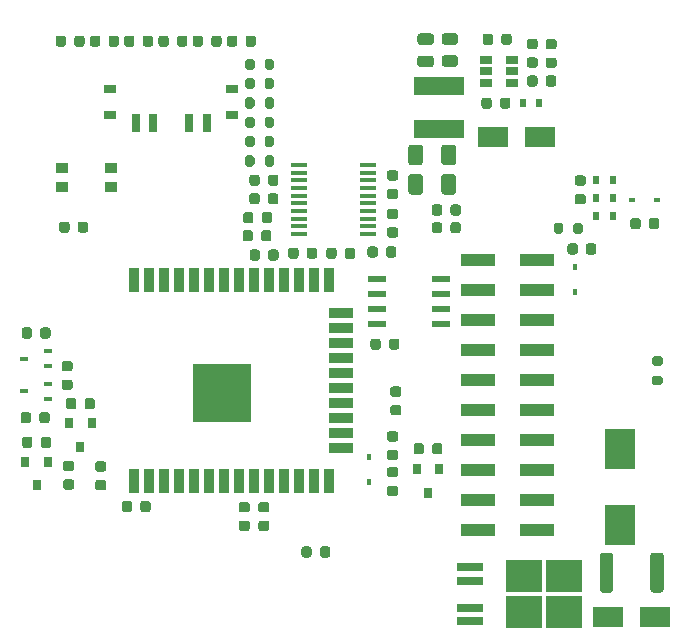
<source format=gtp>
G04 #@! TF.GenerationSoftware,KiCad,Pcbnew,5.1.10*
G04 #@! TF.CreationDate,2021-09-27T12:50:11+02:00*
G04 #@! TF.ProjectId,KXKM_ESP32_battery_management_board,4b584b4d-5f45-4535-9033-325f62617474,3.0*
G04 #@! TF.SameCoordinates,PX623a7c0PY839b680*
G04 #@! TF.FileFunction,Paste,Top*
G04 #@! TF.FilePolarity,Positive*
%FSLAX46Y46*%
G04 Gerber Fmt 4.6, Leading zero omitted, Abs format (unit mm)*
G04 Created by KiCad (PCBNEW 5.1.10) date 2021-09-27 12:50:11*
%MOMM*%
%LPD*%
G01*
G04 APERTURE LIST*
%ADD10R,0.600000X0.700000*%
%ADD11R,0.450000X0.600000*%
%ADD12R,0.900000X2.000000*%
%ADD13R,2.000000X0.900000*%
%ADD14R,5.000000X5.000000*%
%ADD15R,0.800000X0.900000*%
%ADD16R,2.500000X3.500000*%
%ADD17R,3.050000X2.750000*%
%ADD18R,2.200000X0.800000*%
%ADD19R,3.000000X1.000000*%
%ADD20R,4.200000X1.500000*%
%ADD21R,0.700000X0.450000*%
%ADD22R,2.500000X1.800000*%
%ADD23R,0.700000X1.500000*%
%ADD24R,1.000000X0.800000*%
%ADD25R,1.000000X0.900000*%
%ADD26R,0.600000X0.450000*%
%ADD27R,1.550000X0.600000*%
%ADD28R,1.450000X0.450000*%
%ADD29R,1.060000X0.650000*%
G04 APERTURE END LIST*
G36*
G01*
X21665000Y50743000D02*
X21665000Y51293000D01*
G75*
G02*
X21865000Y51493000I200000J0D01*
G01*
X22265000Y51493000D01*
G75*
G02*
X22465000Y51293000I0J-200000D01*
G01*
X22465000Y50743000D01*
G75*
G02*
X22265000Y50543000I-200000J0D01*
G01*
X21865000Y50543000D01*
G75*
G02*
X21665000Y50743000I0J200000D01*
G01*
G37*
G36*
G01*
X20015000Y50743000D02*
X20015000Y51293000D01*
G75*
G02*
X20215000Y51493000I200000J0D01*
G01*
X20615000Y51493000D01*
G75*
G02*
X20815000Y51293000I0J-200000D01*
G01*
X20815000Y50743000D01*
G75*
G02*
X20615000Y50543000I-200000J0D01*
G01*
X20215000Y50543000D01*
G75*
G02*
X20015000Y50743000I0J200000D01*
G01*
G37*
G36*
G01*
X20815000Y52929000D02*
X20815000Y52379000D01*
G75*
G02*
X20615000Y52179000I-200000J0D01*
G01*
X20215000Y52179000D01*
G75*
G02*
X20015000Y52379000I0J200000D01*
G01*
X20015000Y52929000D01*
G75*
G02*
X20215000Y53129000I200000J0D01*
G01*
X20615000Y53129000D01*
G75*
G02*
X20815000Y52929000I0J-200000D01*
G01*
G37*
G36*
G01*
X22465000Y52929000D02*
X22465000Y52379000D01*
G75*
G02*
X22265000Y52179000I-200000J0D01*
G01*
X21865000Y52179000D01*
G75*
G02*
X21665000Y52379000I0J200000D01*
G01*
X21665000Y52929000D01*
G75*
G02*
X21865000Y53129000I200000J0D01*
G01*
X22265000Y53129000D01*
G75*
G02*
X22465000Y52929000I0J-200000D01*
G01*
G37*
G36*
G01*
X21665000Y54015000D02*
X21665000Y54565000D01*
G75*
G02*
X21865000Y54765000I200000J0D01*
G01*
X22265000Y54765000D01*
G75*
G02*
X22465000Y54565000I0J-200000D01*
G01*
X22465000Y54015000D01*
G75*
G02*
X22265000Y53815000I-200000J0D01*
G01*
X21865000Y53815000D01*
G75*
G02*
X21665000Y54015000I0J200000D01*
G01*
G37*
G36*
G01*
X20015000Y54015000D02*
X20015000Y54565000D01*
G75*
G02*
X20215000Y54765000I200000J0D01*
G01*
X20615000Y54765000D01*
G75*
G02*
X20815000Y54565000I0J-200000D01*
G01*
X20815000Y54015000D01*
G75*
G02*
X20615000Y53815000I-200000J0D01*
G01*
X20215000Y53815000D01*
G75*
G02*
X20015000Y54015000I0J200000D01*
G01*
G37*
G36*
G01*
X21665000Y49107000D02*
X21665000Y49657000D01*
G75*
G02*
X21865000Y49857000I200000J0D01*
G01*
X22265000Y49857000D01*
G75*
G02*
X22465000Y49657000I0J-200000D01*
G01*
X22465000Y49107000D01*
G75*
G02*
X22265000Y48907000I-200000J0D01*
G01*
X21865000Y48907000D01*
G75*
G02*
X21665000Y49107000I0J200000D01*
G01*
G37*
G36*
G01*
X20015000Y49107000D02*
X20015000Y49657000D01*
G75*
G02*
X20215000Y49857000I200000J0D01*
G01*
X20615000Y49857000D01*
G75*
G02*
X20815000Y49657000I0J-200000D01*
G01*
X20815000Y49107000D01*
G75*
G02*
X20615000Y48907000I-200000J0D01*
G01*
X20215000Y48907000D01*
G75*
G02*
X20015000Y49107000I0J200000D01*
G01*
G37*
G36*
G01*
X21665000Y45835000D02*
X21665000Y46385000D01*
G75*
G02*
X21865000Y46585000I200000J0D01*
G01*
X22265000Y46585000D01*
G75*
G02*
X22465000Y46385000I0J-200000D01*
G01*
X22465000Y45835000D01*
G75*
G02*
X22265000Y45635000I-200000J0D01*
G01*
X21865000Y45635000D01*
G75*
G02*
X21665000Y45835000I0J200000D01*
G01*
G37*
G36*
G01*
X20015000Y45835000D02*
X20015000Y46385000D01*
G75*
G02*
X20215000Y46585000I200000J0D01*
G01*
X20615000Y46585000D01*
G75*
G02*
X20815000Y46385000I0J-200000D01*
G01*
X20815000Y45835000D01*
G75*
G02*
X20615000Y45635000I-200000J0D01*
G01*
X20215000Y45635000D01*
G75*
G02*
X20015000Y45835000I0J200000D01*
G01*
G37*
G36*
G01*
X20815000Y48021000D02*
X20815000Y47471000D01*
G75*
G02*
X20615000Y47271000I-200000J0D01*
G01*
X20215000Y47271000D01*
G75*
G02*
X20015000Y47471000I0J200000D01*
G01*
X20015000Y48021000D01*
G75*
G02*
X20215000Y48221000I200000J0D01*
G01*
X20615000Y48221000D01*
G75*
G02*
X20815000Y48021000I0J-200000D01*
G01*
G37*
G36*
G01*
X22465000Y48021000D02*
X22465000Y47471000D01*
G75*
G02*
X22265000Y47271000I-200000J0D01*
G01*
X21865000Y47271000D01*
G75*
G02*
X21665000Y47471000I0J200000D01*
G01*
X21665000Y48021000D01*
G75*
G02*
X21865000Y48221000I200000J0D01*
G01*
X22265000Y48221000D01*
G75*
G02*
X22465000Y48021000I0J-200000D01*
G01*
G37*
G36*
G01*
X46935000Y40685000D02*
X46935000Y40135000D01*
G75*
G02*
X46735000Y39935000I-200000J0D01*
G01*
X46335000Y39935000D01*
G75*
G02*
X46135000Y40135000I0J200000D01*
G01*
X46135000Y40685000D01*
G75*
G02*
X46335000Y40885000I200000J0D01*
G01*
X46735000Y40885000D01*
G75*
G02*
X46935000Y40685000I0J-200000D01*
G01*
G37*
G36*
G01*
X48585000Y40685000D02*
X48585000Y40135000D01*
G75*
G02*
X48385000Y39935000I-200000J0D01*
G01*
X47985000Y39935000D01*
G75*
G02*
X47785000Y40135000I0J200000D01*
G01*
X47785000Y40685000D01*
G75*
G02*
X47985000Y40885000I200000J0D01*
G01*
X48385000Y40885000D01*
G75*
G02*
X48585000Y40685000I0J-200000D01*
G01*
G37*
G36*
G01*
X55185000Y28765000D02*
X54635000Y28765000D01*
G75*
G02*
X54435000Y28965000I0J200000D01*
G01*
X54435000Y29365000D01*
G75*
G02*
X54635000Y29565000I200000J0D01*
G01*
X55185000Y29565000D01*
G75*
G02*
X55385000Y29365000I0J-200000D01*
G01*
X55385000Y28965000D01*
G75*
G02*
X55185000Y28765000I-200000J0D01*
G01*
G37*
G36*
G01*
X55185000Y27115000D02*
X54635000Y27115000D01*
G75*
G02*
X54435000Y27315000I0J200000D01*
G01*
X54435000Y27715000D01*
G75*
G02*
X54635000Y27915000I200000J0D01*
G01*
X55185000Y27915000D01*
G75*
G02*
X55385000Y27715000I0J-200000D01*
G01*
X55385000Y27315000D01*
G75*
G02*
X55185000Y27115000I-200000J0D01*
G01*
G37*
D10*
X49750000Y41440000D03*
X51150000Y41440000D03*
D11*
X47970000Y37140000D03*
X47970000Y35040000D03*
G36*
G01*
X48205000Y38910000D02*
X48205000Y38410000D01*
G75*
G02*
X47980000Y38185000I-225000J0D01*
G01*
X47530000Y38185000D01*
G75*
G02*
X47305000Y38410000I0J225000D01*
G01*
X47305000Y38910000D01*
G75*
G02*
X47530000Y39135000I225000J0D01*
G01*
X47980000Y39135000D01*
G75*
G02*
X48205000Y38910000I0J-225000D01*
G01*
G37*
G36*
G01*
X49755000Y38910000D02*
X49755000Y38410000D01*
G75*
G02*
X49530000Y38185000I-225000J0D01*
G01*
X49080000Y38185000D01*
G75*
G02*
X48855000Y38410000I0J225000D01*
G01*
X48855000Y38910000D01*
G75*
G02*
X49080000Y39135000I225000J0D01*
G01*
X49530000Y39135000D01*
G75*
G02*
X49755000Y38910000I0J-225000D01*
G01*
G37*
D12*
X10595000Y36000000D03*
X11865000Y36000000D03*
X13135000Y36000000D03*
X14405000Y36000000D03*
X15675000Y36000000D03*
X16945000Y36000000D03*
X18215000Y36000000D03*
X19485000Y36000000D03*
X20755000Y36000000D03*
X22025000Y36000000D03*
X23295000Y36000000D03*
X24565000Y36000000D03*
X25835000Y36000000D03*
X27105000Y36000000D03*
D13*
X28105000Y33215000D03*
X28105000Y31945000D03*
X28105000Y30675000D03*
X28105000Y29405000D03*
X28105000Y28135000D03*
X28105000Y26865000D03*
X28105000Y25595000D03*
X28105000Y24325000D03*
X28105000Y23055000D03*
X28105000Y21785000D03*
D12*
X27105000Y19000000D03*
X25835000Y19000000D03*
X24565000Y19000000D03*
X23295000Y19000000D03*
X22025000Y19000000D03*
X20755000Y19000000D03*
X19485000Y19000000D03*
X18215000Y19000000D03*
X16945000Y19000000D03*
X15675000Y19000000D03*
X14405000Y19000000D03*
X13135000Y19000000D03*
X11865000Y19000000D03*
X10595000Y19000000D03*
D14*
X18095000Y26500000D03*
G36*
G01*
X26350000Y12743750D02*
X26350000Y13256250D01*
G75*
G02*
X26568750Y13475000I218750J0D01*
G01*
X27006250Y13475000D01*
G75*
G02*
X27225000Y13256250I0J-218750D01*
G01*
X27225000Y12743750D01*
G75*
G02*
X27006250Y12525000I-218750J0D01*
G01*
X26568750Y12525000D01*
G75*
G02*
X26350000Y12743750I0J218750D01*
G01*
G37*
G36*
G01*
X24775000Y12743750D02*
X24775000Y13256250D01*
G75*
G02*
X24993750Y13475000I218750J0D01*
G01*
X25431250Y13475000D01*
G75*
G02*
X25650000Y13256250I0J-218750D01*
G01*
X25650000Y12743750D01*
G75*
G02*
X25431250Y12525000I-218750J0D01*
G01*
X24993750Y12525000D01*
G75*
G02*
X24775000Y12743750I0J218750D01*
G01*
G37*
D15*
X35500000Y18000000D03*
X34550000Y20000000D03*
X36450000Y20000000D03*
X3310000Y20650000D03*
X1410000Y20650000D03*
X2360000Y18650000D03*
X7020000Y23910000D03*
X5120000Y23910000D03*
X6070000Y21910000D03*
D16*
X51750000Y15250000D03*
X51750000Y21750000D03*
G36*
G01*
X7750000Y56506250D02*
X7750000Y55993750D01*
G75*
G02*
X7531250Y55775000I-218750J0D01*
G01*
X7093750Y55775000D01*
G75*
G02*
X6875000Y55993750I0J218750D01*
G01*
X6875000Y56506250D01*
G75*
G02*
X7093750Y56725000I218750J0D01*
G01*
X7531250Y56725000D01*
G75*
G02*
X7750000Y56506250I0J-218750D01*
G01*
G37*
G36*
G01*
X9325000Y56506250D02*
X9325000Y55993750D01*
G75*
G02*
X9106250Y55775000I-218750J0D01*
G01*
X8668750Y55775000D01*
G75*
G02*
X8450000Y55993750I0J218750D01*
G01*
X8450000Y56506250D01*
G75*
G02*
X8668750Y56725000I218750J0D01*
G01*
X9106250Y56725000D01*
G75*
G02*
X9325000Y56506250I0J-218750D01*
G01*
G37*
D10*
X51140000Y44460000D03*
X49740000Y44460000D03*
G36*
G01*
X37806250Y54075000D02*
X36893750Y54075000D01*
G75*
G02*
X36650000Y54318750I0J243750D01*
G01*
X36650000Y54806250D01*
G75*
G02*
X36893750Y55050000I243750J0D01*
G01*
X37806250Y55050000D01*
G75*
G02*
X38050000Y54806250I0J-243750D01*
G01*
X38050000Y54318750D01*
G75*
G02*
X37806250Y54075000I-243750J0D01*
G01*
G37*
G36*
G01*
X37806250Y55950000D02*
X36893750Y55950000D01*
G75*
G02*
X36650000Y56193750I0J243750D01*
G01*
X36650000Y56681250D01*
G75*
G02*
X36893750Y56925000I243750J0D01*
G01*
X37806250Y56925000D01*
G75*
G02*
X38050000Y56681250I0J-243750D01*
G01*
X38050000Y56193750D01*
G75*
G02*
X37806250Y55950000I-243750J0D01*
G01*
G37*
D17*
X43665000Y7885000D03*
X47015000Y10935000D03*
X43665000Y10935000D03*
X47015000Y7885000D03*
D18*
X39040000Y7130000D03*
X39040000Y8270000D03*
X39040000Y10550000D03*
X39040000Y11690000D03*
G36*
G01*
X40125000Y56143750D02*
X40125000Y56656250D01*
G75*
G02*
X40343750Y56875000I218750J0D01*
G01*
X40781250Y56875000D01*
G75*
G02*
X41000000Y56656250I0J-218750D01*
G01*
X41000000Y56143750D01*
G75*
G02*
X40781250Y55925000I-218750J0D01*
G01*
X40343750Y55925000D01*
G75*
G02*
X40125000Y56143750I0J218750D01*
G01*
G37*
G36*
G01*
X41700000Y56143750D02*
X41700000Y56656250D01*
G75*
G02*
X41918750Y56875000I218750J0D01*
G01*
X42356250Y56875000D01*
G75*
G02*
X42575000Y56656250I0J-218750D01*
G01*
X42575000Y56143750D01*
G75*
G02*
X42356250Y55925000I-218750J0D01*
G01*
X41918750Y55925000D01*
G75*
G02*
X41700000Y56143750I0J218750D01*
G01*
G37*
G36*
G01*
X45668750Y56425000D02*
X46181250Y56425000D01*
G75*
G02*
X46400000Y56206250I0J-218750D01*
G01*
X46400000Y55768750D01*
G75*
G02*
X46181250Y55550000I-218750J0D01*
G01*
X45668750Y55550000D01*
G75*
G02*
X45450000Y55768750I0J218750D01*
G01*
X45450000Y56206250D01*
G75*
G02*
X45668750Y56425000I218750J0D01*
G01*
G37*
G36*
G01*
X45668750Y54850000D02*
X46181250Y54850000D01*
G75*
G02*
X46400000Y54631250I0J-218750D01*
G01*
X46400000Y54193750D01*
G75*
G02*
X46181250Y53975000I-218750J0D01*
G01*
X45668750Y53975000D01*
G75*
G02*
X45450000Y54193750I0J218750D01*
G01*
X45450000Y54631250D01*
G75*
G02*
X45668750Y54850000I218750J0D01*
G01*
G37*
G36*
G01*
X44068750Y54875000D02*
X44581250Y54875000D01*
G75*
G02*
X44800000Y54656250I0J-218750D01*
G01*
X44800000Y54218750D01*
G75*
G02*
X44581250Y54000000I-218750J0D01*
G01*
X44068750Y54000000D01*
G75*
G02*
X43850000Y54218750I0J218750D01*
G01*
X43850000Y54656250D01*
G75*
G02*
X44068750Y54875000I218750J0D01*
G01*
G37*
G36*
G01*
X44068750Y56450000D02*
X44581250Y56450000D01*
G75*
G02*
X44800000Y56231250I0J-218750D01*
G01*
X44800000Y55793750D01*
G75*
G02*
X44581250Y55575000I-218750J0D01*
G01*
X44068750Y55575000D01*
G75*
G02*
X43850000Y55793750I0J218750D01*
G01*
X43850000Y56231250D01*
G75*
G02*
X44068750Y56450000I218750J0D01*
G01*
G37*
G36*
G01*
X45475000Y52618750D02*
X45475000Y53131250D01*
G75*
G02*
X45693750Y53350000I218750J0D01*
G01*
X46131250Y53350000D01*
G75*
G02*
X46350000Y53131250I0J-218750D01*
G01*
X46350000Y52618750D01*
G75*
G02*
X46131250Y52400000I-218750J0D01*
G01*
X45693750Y52400000D01*
G75*
G02*
X45475000Y52618750I0J218750D01*
G01*
G37*
G36*
G01*
X43900000Y52618750D02*
X43900000Y53131250D01*
G75*
G02*
X44118750Y53350000I218750J0D01*
G01*
X44556250Y53350000D01*
G75*
G02*
X44775000Y53131250I0J-218750D01*
G01*
X44775000Y52618750D01*
G75*
G02*
X44556250Y52400000I-218750J0D01*
G01*
X44118750Y52400000D01*
G75*
G02*
X43900000Y52618750I0J218750D01*
G01*
G37*
D19*
X44770000Y37680000D03*
X39730000Y37680000D03*
X44770000Y35140000D03*
X39730000Y35140000D03*
X44770000Y32600000D03*
X39730000Y32600000D03*
X44770000Y30060000D03*
X39730000Y30060000D03*
X44770000Y27520000D03*
X39730000Y27520000D03*
X44770000Y24980000D03*
X39730000Y24980000D03*
X44770000Y22440000D03*
X39730000Y22440000D03*
X44770000Y19900000D03*
X39730000Y19900000D03*
X44770000Y17360000D03*
X39730000Y17360000D03*
X44770000Y14820000D03*
X39730000Y14820000D03*
D20*
X36400000Y52425000D03*
X36400000Y48825000D03*
D21*
X3320000Y28710000D03*
X3320000Y30010000D03*
X1320000Y29360000D03*
G36*
G01*
X1015000Y24113750D02*
X1015000Y24626250D01*
G75*
G02*
X1233750Y24845000I218750J0D01*
G01*
X1671250Y24845000D01*
G75*
G02*
X1890000Y24626250I0J-218750D01*
G01*
X1890000Y24113750D01*
G75*
G02*
X1671250Y23895000I-218750J0D01*
G01*
X1233750Y23895000D01*
G75*
G02*
X1015000Y24113750I0J218750D01*
G01*
G37*
G36*
G01*
X2590000Y24113750D02*
X2590000Y24626250D01*
G75*
G02*
X2808750Y24845000I218750J0D01*
G01*
X3246250Y24845000D01*
G75*
G02*
X3465000Y24626250I0J-218750D01*
G01*
X3465000Y24113750D01*
G75*
G02*
X3246250Y23895000I-218750J0D01*
G01*
X2808750Y23895000D01*
G75*
G02*
X2590000Y24113750I0J218750D01*
G01*
G37*
G36*
G01*
X22835000Y44726250D02*
X22835000Y44213750D01*
G75*
G02*
X22616250Y43995000I-218750J0D01*
G01*
X22178750Y43995000D01*
G75*
G02*
X21960000Y44213750I0J218750D01*
G01*
X21960000Y44726250D01*
G75*
G02*
X22178750Y44945000I218750J0D01*
G01*
X22616250Y44945000D01*
G75*
G02*
X22835000Y44726250I0J-218750D01*
G01*
G37*
G36*
G01*
X21260000Y44726250D02*
X21260000Y44213750D01*
G75*
G02*
X21041250Y43995000I-218750J0D01*
G01*
X20603750Y43995000D01*
G75*
G02*
X20385000Y44213750I0J218750D01*
G01*
X20385000Y44726250D01*
G75*
G02*
X20603750Y44945000I218750J0D01*
G01*
X21041250Y44945000D01*
G75*
G02*
X21260000Y44726250I0J-218750D01*
G01*
G37*
G36*
G01*
X24540000Y38556250D02*
X24540000Y38043750D01*
G75*
G02*
X24321250Y37825000I-218750J0D01*
G01*
X23883750Y37825000D01*
G75*
G02*
X23665000Y38043750I0J218750D01*
G01*
X23665000Y38556250D01*
G75*
G02*
X23883750Y38775000I218750J0D01*
G01*
X24321250Y38775000D01*
G75*
G02*
X24540000Y38556250I0J-218750D01*
G01*
G37*
G36*
G01*
X26115000Y38556250D02*
X26115000Y38043750D01*
G75*
G02*
X25896250Y37825000I-218750J0D01*
G01*
X25458750Y37825000D01*
G75*
G02*
X25240000Y38043750I0J218750D01*
G01*
X25240000Y38556250D01*
G75*
G02*
X25458750Y38775000I218750J0D01*
G01*
X25896250Y38775000D01*
G75*
G02*
X26115000Y38556250I0J-218750D01*
G01*
G37*
G36*
G01*
X26885000Y38033750D02*
X26885000Y38546250D01*
G75*
G02*
X27103750Y38765000I218750J0D01*
G01*
X27541250Y38765000D01*
G75*
G02*
X27760000Y38546250I0J-218750D01*
G01*
X27760000Y38033750D01*
G75*
G02*
X27541250Y37815000I-218750J0D01*
G01*
X27103750Y37815000D01*
G75*
G02*
X26885000Y38033750I0J218750D01*
G01*
G37*
G36*
G01*
X28460000Y38033750D02*
X28460000Y38546250D01*
G75*
G02*
X28678750Y38765000I218750J0D01*
G01*
X29116250Y38765000D01*
G75*
G02*
X29335000Y38546250I0J-218750D01*
G01*
X29335000Y38033750D01*
G75*
G02*
X29116250Y37815000I-218750J0D01*
G01*
X28678750Y37815000D01*
G75*
G02*
X28460000Y38033750I0J218750D01*
G01*
G37*
G36*
G01*
X21375000Y39518750D02*
X21375000Y40031250D01*
G75*
G02*
X21593750Y40250000I218750J0D01*
G01*
X22031250Y40250000D01*
G75*
G02*
X22250000Y40031250I0J-218750D01*
G01*
X22250000Y39518750D01*
G75*
G02*
X22031250Y39300000I-218750J0D01*
G01*
X21593750Y39300000D01*
G75*
G02*
X21375000Y39518750I0J218750D01*
G01*
G37*
G36*
G01*
X19800000Y39518750D02*
X19800000Y40031250D01*
G75*
G02*
X20018750Y40250000I218750J0D01*
G01*
X20456250Y40250000D01*
G75*
G02*
X20675000Y40031250I0J-218750D01*
G01*
X20675000Y39518750D01*
G75*
G02*
X20456250Y39300000I-218750J0D01*
G01*
X20018750Y39300000D01*
G75*
G02*
X19800000Y39518750I0J218750D01*
G01*
G37*
G36*
G01*
X20395000Y37883750D02*
X20395000Y38396250D01*
G75*
G02*
X20613750Y38615000I218750J0D01*
G01*
X21051250Y38615000D01*
G75*
G02*
X21270000Y38396250I0J-218750D01*
G01*
X21270000Y37883750D01*
G75*
G02*
X21051250Y37665000I-218750J0D01*
G01*
X20613750Y37665000D01*
G75*
G02*
X20395000Y37883750I0J218750D01*
G01*
G37*
G36*
G01*
X21970000Y37883750D02*
X21970000Y38396250D01*
G75*
G02*
X22188750Y38615000I218750J0D01*
G01*
X22626250Y38615000D01*
G75*
G02*
X22845000Y38396250I0J-218750D01*
G01*
X22845000Y37883750D01*
G75*
G02*
X22626250Y37665000I-218750J0D01*
G01*
X22188750Y37665000D01*
G75*
G02*
X21970000Y37883750I0J218750D01*
G01*
G37*
D11*
X30500000Y18950000D03*
X30500000Y21050000D03*
D21*
X1320000Y26610000D03*
X3320000Y27260000D03*
X3320000Y25960000D03*
G36*
G01*
X19693750Y15650000D02*
X20206250Y15650000D01*
G75*
G02*
X20425000Y15431250I0J-218750D01*
G01*
X20425000Y14993750D01*
G75*
G02*
X20206250Y14775000I-218750J0D01*
G01*
X19693750Y14775000D01*
G75*
G02*
X19475000Y14993750I0J218750D01*
G01*
X19475000Y15431250D01*
G75*
G02*
X19693750Y15650000I218750J0D01*
G01*
G37*
G36*
G01*
X19693750Y17225000D02*
X20206250Y17225000D01*
G75*
G02*
X20425000Y17006250I0J-218750D01*
G01*
X20425000Y16568750D01*
G75*
G02*
X20206250Y16350000I-218750J0D01*
G01*
X19693750Y16350000D01*
G75*
G02*
X19475000Y16568750I0J218750D01*
G01*
X19475000Y17006250D01*
G75*
G02*
X19693750Y17225000I218750J0D01*
G01*
G37*
G36*
G01*
X6725000Y40756250D02*
X6725000Y40243750D01*
G75*
G02*
X6506250Y40025000I-218750J0D01*
G01*
X6068750Y40025000D01*
G75*
G02*
X5850000Y40243750I0J218750D01*
G01*
X5850000Y40756250D01*
G75*
G02*
X6068750Y40975000I218750J0D01*
G01*
X6506250Y40975000D01*
G75*
G02*
X6725000Y40756250I0J-218750D01*
G01*
G37*
G36*
G01*
X5150000Y40756250D02*
X5150000Y40243750D01*
G75*
G02*
X4931250Y40025000I-218750J0D01*
G01*
X4493750Y40025000D01*
G75*
G02*
X4275000Y40243750I0J218750D01*
G01*
X4275000Y40756250D01*
G75*
G02*
X4493750Y40975000I218750J0D01*
G01*
X4931250Y40975000D01*
G75*
G02*
X5150000Y40756250I0J-218750D01*
G01*
G37*
G36*
G01*
X21343750Y15650000D02*
X21856250Y15650000D01*
G75*
G02*
X22075000Y15431250I0J-218750D01*
G01*
X22075000Y14993750D01*
G75*
G02*
X21856250Y14775000I-218750J0D01*
G01*
X21343750Y14775000D01*
G75*
G02*
X21125000Y14993750I0J218750D01*
G01*
X21125000Y15431250D01*
G75*
G02*
X21343750Y15650000I218750J0D01*
G01*
G37*
G36*
G01*
X21343750Y17225000D02*
X21856250Y17225000D01*
G75*
G02*
X22075000Y17006250I0J-218750D01*
G01*
X22075000Y16568750D01*
G75*
G02*
X21856250Y16350000I-218750J0D01*
G01*
X21343750Y16350000D01*
G75*
G02*
X21125000Y16568750I0J218750D01*
G01*
X21125000Y17006250D01*
G75*
G02*
X21343750Y17225000I218750J0D01*
G01*
G37*
G36*
G01*
X4693750Y29165000D02*
X5206250Y29165000D01*
G75*
G02*
X5425000Y28946250I0J-218750D01*
G01*
X5425000Y28508750D01*
G75*
G02*
X5206250Y28290000I-218750J0D01*
G01*
X4693750Y28290000D01*
G75*
G02*
X4475000Y28508750I0J218750D01*
G01*
X4475000Y28946250D01*
G75*
G02*
X4693750Y29165000I218750J0D01*
G01*
G37*
G36*
G01*
X4693750Y27590000D02*
X5206250Y27590000D01*
G75*
G02*
X5425000Y27371250I0J-218750D01*
G01*
X5425000Y26933750D01*
G75*
G02*
X5206250Y26715000I-218750J0D01*
G01*
X4693750Y26715000D01*
G75*
G02*
X4475000Y26933750I0J218750D01*
G01*
X4475000Y27371250D01*
G75*
G02*
X4693750Y27590000I218750J0D01*
G01*
G37*
G36*
G01*
X2670000Y31283750D02*
X2670000Y31796250D01*
G75*
G02*
X2888750Y32015000I218750J0D01*
G01*
X3326250Y32015000D01*
G75*
G02*
X3545000Y31796250I0J-218750D01*
G01*
X3545000Y31283750D01*
G75*
G02*
X3326250Y31065000I-218750J0D01*
G01*
X2888750Y31065000D01*
G75*
G02*
X2670000Y31283750I0J218750D01*
G01*
G37*
G36*
G01*
X1095000Y31283750D02*
X1095000Y31796250D01*
G75*
G02*
X1313750Y32015000I218750J0D01*
G01*
X1751250Y32015000D01*
G75*
G02*
X1970000Y31796250I0J-218750D01*
G01*
X1970000Y31283750D01*
G75*
G02*
X1751250Y31065000I-218750J0D01*
G01*
X1313750Y31065000D01*
G75*
G02*
X1095000Y31283750I0J218750D01*
G01*
G37*
G36*
G01*
X32756250Y20775000D02*
X32243750Y20775000D01*
G75*
G02*
X32025000Y20993750I0J218750D01*
G01*
X32025000Y21431250D01*
G75*
G02*
X32243750Y21650000I218750J0D01*
G01*
X32756250Y21650000D01*
G75*
G02*
X32975000Y21431250I0J-218750D01*
G01*
X32975000Y20993750D01*
G75*
G02*
X32756250Y20775000I-218750J0D01*
G01*
G37*
G36*
G01*
X32756250Y22350000D02*
X32243750Y22350000D01*
G75*
G02*
X32025000Y22568750I0J218750D01*
G01*
X32025000Y23006250D01*
G75*
G02*
X32243750Y23225000I218750J0D01*
G01*
X32756250Y23225000D01*
G75*
G02*
X32975000Y23006250I0J-218750D01*
G01*
X32975000Y22568750D01*
G75*
G02*
X32756250Y22350000I-218750J0D01*
G01*
G37*
G36*
G01*
X5326250Y19860000D02*
X4813750Y19860000D01*
G75*
G02*
X4595000Y20078750I0J218750D01*
G01*
X4595000Y20516250D01*
G75*
G02*
X4813750Y20735000I218750J0D01*
G01*
X5326250Y20735000D01*
G75*
G02*
X5545000Y20516250I0J-218750D01*
G01*
X5545000Y20078750D01*
G75*
G02*
X5326250Y19860000I-218750J0D01*
G01*
G37*
G36*
G01*
X5326250Y18285000D02*
X4813750Y18285000D01*
G75*
G02*
X4595000Y18503750I0J218750D01*
G01*
X4595000Y18941250D01*
G75*
G02*
X4813750Y19160000I218750J0D01*
G01*
X5326250Y19160000D01*
G75*
G02*
X5545000Y18941250I0J-218750D01*
G01*
X5545000Y18503750D01*
G75*
G02*
X5326250Y18285000I-218750J0D01*
G01*
G37*
G36*
G01*
X7533750Y20675000D02*
X8046250Y20675000D01*
G75*
G02*
X8265000Y20456250I0J-218750D01*
G01*
X8265000Y20018750D01*
G75*
G02*
X8046250Y19800000I-218750J0D01*
G01*
X7533750Y19800000D01*
G75*
G02*
X7315000Y20018750I0J218750D01*
G01*
X7315000Y20456250D01*
G75*
G02*
X7533750Y20675000I218750J0D01*
G01*
G37*
G36*
G01*
X7533750Y19100000D02*
X8046250Y19100000D01*
G75*
G02*
X8265000Y18881250I0J-218750D01*
G01*
X8265000Y18443750D01*
G75*
G02*
X8046250Y18225000I-218750J0D01*
G01*
X7533750Y18225000D01*
G75*
G02*
X7315000Y18443750I0J218750D01*
G01*
X7315000Y18881250D01*
G75*
G02*
X7533750Y19100000I218750J0D01*
G01*
G37*
G36*
G01*
X1135000Y22023750D02*
X1135000Y22536250D01*
G75*
G02*
X1353750Y22755000I218750J0D01*
G01*
X1791250Y22755000D01*
G75*
G02*
X2010000Y22536250I0J-218750D01*
G01*
X2010000Y22023750D01*
G75*
G02*
X1791250Y21805000I-218750J0D01*
G01*
X1353750Y21805000D01*
G75*
G02*
X1135000Y22023750I0J218750D01*
G01*
G37*
G36*
G01*
X2710000Y22023750D02*
X2710000Y22536250D01*
G75*
G02*
X2928750Y22755000I218750J0D01*
G01*
X3366250Y22755000D01*
G75*
G02*
X3585000Y22536250I0J-218750D01*
G01*
X3585000Y22023750D01*
G75*
G02*
X3366250Y21805000I-218750J0D01*
G01*
X2928750Y21805000D01*
G75*
G02*
X2710000Y22023750I0J218750D01*
G01*
G37*
G36*
G01*
X4845000Y25303750D02*
X4845000Y25816250D01*
G75*
G02*
X5063750Y26035000I218750J0D01*
G01*
X5501250Y26035000D01*
G75*
G02*
X5720000Y25816250I0J-218750D01*
G01*
X5720000Y25303750D01*
G75*
G02*
X5501250Y25085000I-218750J0D01*
G01*
X5063750Y25085000D01*
G75*
G02*
X4845000Y25303750I0J218750D01*
G01*
G37*
G36*
G01*
X6420000Y25303750D02*
X6420000Y25816250D01*
G75*
G02*
X6638750Y26035000I218750J0D01*
G01*
X7076250Y26035000D01*
G75*
G02*
X7295000Y25816250I0J-218750D01*
G01*
X7295000Y25303750D01*
G75*
G02*
X7076250Y25085000I-218750J0D01*
G01*
X6638750Y25085000D01*
G75*
G02*
X6420000Y25303750I0J218750D01*
G01*
G37*
G36*
G01*
X31950000Y38143750D02*
X31950000Y38656250D01*
G75*
G02*
X32168750Y38875000I218750J0D01*
G01*
X32606250Y38875000D01*
G75*
G02*
X32825000Y38656250I0J-218750D01*
G01*
X32825000Y38143750D01*
G75*
G02*
X32606250Y37925000I-218750J0D01*
G01*
X32168750Y37925000D01*
G75*
G02*
X31950000Y38143750I0J218750D01*
G01*
G37*
G36*
G01*
X30375000Y38143750D02*
X30375000Y38656250D01*
G75*
G02*
X30593750Y38875000I218750J0D01*
G01*
X31031250Y38875000D01*
G75*
G02*
X31250000Y38656250I0J-218750D01*
G01*
X31250000Y38143750D01*
G75*
G02*
X31031250Y37925000I-218750J0D01*
G01*
X30593750Y37925000D01*
G75*
G02*
X30375000Y38143750I0J218750D01*
G01*
G37*
G36*
G01*
X34275000Y21493750D02*
X34275000Y22006250D01*
G75*
G02*
X34493750Y22225000I218750J0D01*
G01*
X34931250Y22225000D01*
G75*
G02*
X35150000Y22006250I0J-218750D01*
G01*
X35150000Y21493750D01*
G75*
G02*
X34931250Y21275000I-218750J0D01*
G01*
X34493750Y21275000D01*
G75*
G02*
X34275000Y21493750I0J218750D01*
G01*
G37*
G36*
G01*
X35850000Y21493750D02*
X35850000Y22006250D01*
G75*
G02*
X36068750Y22225000I218750J0D01*
G01*
X36506250Y22225000D01*
G75*
G02*
X36725000Y22006250I0J-218750D01*
G01*
X36725000Y21493750D01*
G75*
G02*
X36506250Y21275000I-218750J0D01*
G01*
X36068750Y21275000D01*
G75*
G02*
X35850000Y21493750I0J218750D01*
G01*
G37*
D22*
X41000000Y48175000D03*
X45000000Y48175000D03*
D10*
X43525000Y50975000D03*
X44925000Y50975000D03*
X51140000Y42960000D03*
X49740000Y42960000D03*
D23*
X16750000Y49320000D03*
X15250000Y49320000D03*
X12250000Y49320000D03*
X10750000Y49320000D03*
D24*
X18900000Y52180000D03*
X8600000Y52180000D03*
X8600000Y49970000D03*
X18900000Y49970000D03*
D25*
X8630000Y43930000D03*
X8630000Y45530000D03*
X4530000Y43930000D03*
X4530000Y45530000D03*
G36*
G01*
X10437500Y17106250D02*
X10437500Y16593750D01*
G75*
G02*
X10218750Y16375000I-218750J0D01*
G01*
X9781250Y16375000D01*
G75*
G02*
X9562500Y16593750I0J218750D01*
G01*
X9562500Y17106250D01*
G75*
G02*
X9781250Y17325000I218750J0D01*
G01*
X10218750Y17325000D01*
G75*
G02*
X10437500Y17106250I0J-218750D01*
G01*
G37*
G36*
G01*
X12012500Y17106250D02*
X12012500Y16593750D01*
G75*
G02*
X11793750Y16375000I-218750J0D01*
G01*
X11356250Y16375000D01*
G75*
G02*
X11137500Y16593750I0J218750D01*
G01*
X11137500Y17106250D01*
G75*
G02*
X11356250Y17325000I218750J0D01*
G01*
X11793750Y17325000D01*
G75*
G02*
X12012500Y17106250I0J-218750D01*
G01*
G37*
G36*
G01*
X30625000Y30343750D02*
X30625000Y30856250D01*
G75*
G02*
X30843750Y31075000I218750J0D01*
G01*
X31281250Y31075000D01*
G75*
G02*
X31500000Y30856250I0J-218750D01*
G01*
X31500000Y30343750D01*
G75*
G02*
X31281250Y30125000I-218750J0D01*
G01*
X30843750Y30125000D01*
G75*
G02*
X30625000Y30343750I0J218750D01*
G01*
G37*
G36*
G01*
X32200000Y30343750D02*
X32200000Y30856250D01*
G75*
G02*
X32418750Y31075000I218750J0D01*
G01*
X32856250Y31075000D01*
G75*
G02*
X33075000Y30856250I0J-218750D01*
G01*
X33075000Y30343750D01*
G75*
G02*
X32856250Y30125000I-218750J0D01*
G01*
X32418750Y30125000D01*
G75*
G02*
X32200000Y30343750I0J218750D01*
G01*
G37*
G36*
G01*
X40900000Y51256250D02*
X40900000Y50743750D01*
G75*
G02*
X40681250Y50525000I-218750J0D01*
G01*
X40243750Y50525000D01*
G75*
G02*
X40025000Y50743750I0J218750D01*
G01*
X40025000Y51256250D01*
G75*
G02*
X40243750Y51475000I218750J0D01*
G01*
X40681250Y51475000D01*
G75*
G02*
X40900000Y51256250I0J-218750D01*
G01*
G37*
G36*
G01*
X42475000Y51256250D02*
X42475000Y50743750D01*
G75*
G02*
X42256250Y50525000I-218750J0D01*
G01*
X41818750Y50525000D01*
G75*
G02*
X41600000Y50743750I0J218750D01*
G01*
X41600000Y51256250D01*
G75*
G02*
X41818750Y51475000I218750J0D01*
G01*
X42256250Y51475000D01*
G75*
G02*
X42475000Y51256250I0J-218750D01*
G01*
G37*
G36*
G01*
X32243750Y40500000D02*
X32756250Y40500000D01*
G75*
G02*
X32975000Y40281250I0J-218750D01*
G01*
X32975000Y39843750D01*
G75*
G02*
X32756250Y39625000I-218750J0D01*
G01*
X32243750Y39625000D01*
G75*
G02*
X32025000Y39843750I0J218750D01*
G01*
X32025000Y40281250D01*
G75*
G02*
X32243750Y40500000I218750J0D01*
G01*
G37*
G36*
G01*
X32243750Y42075000D02*
X32756250Y42075000D01*
G75*
G02*
X32975000Y41856250I0J-218750D01*
G01*
X32975000Y41418750D01*
G75*
G02*
X32756250Y41200000I-218750J0D01*
G01*
X32243750Y41200000D01*
G75*
G02*
X32025000Y41418750I0J218750D01*
G01*
X32025000Y41856250D01*
G75*
G02*
X32243750Y42075000I218750J0D01*
G01*
G37*
G36*
G01*
X22300000Y41566250D02*
X22300000Y41053750D01*
G75*
G02*
X22081250Y40835000I-218750J0D01*
G01*
X21643750Y40835000D01*
G75*
G02*
X21425000Y41053750I0J218750D01*
G01*
X21425000Y41566250D01*
G75*
G02*
X21643750Y41785000I218750J0D01*
G01*
X22081250Y41785000D01*
G75*
G02*
X22300000Y41566250I0J-218750D01*
G01*
G37*
G36*
G01*
X20725000Y41566250D02*
X20725000Y41053750D01*
G75*
G02*
X20506250Y40835000I-218750J0D01*
G01*
X20068750Y40835000D01*
G75*
G02*
X19850000Y41053750I0J218750D01*
G01*
X19850000Y41566250D01*
G75*
G02*
X20068750Y41785000I218750J0D01*
G01*
X20506250Y41785000D01*
G75*
G02*
X20725000Y41566250I0J-218750D01*
G01*
G37*
G36*
G01*
X32756250Y44450000D02*
X32243750Y44450000D01*
G75*
G02*
X32025000Y44668750I0J218750D01*
G01*
X32025000Y45106250D01*
G75*
G02*
X32243750Y45325000I218750J0D01*
G01*
X32756250Y45325000D01*
G75*
G02*
X32975000Y45106250I0J-218750D01*
G01*
X32975000Y44668750D01*
G75*
G02*
X32756250Y44450000I-218750J0D01*
G01*
G37*
G36*
G01*
X32756250Y42875000D02*
X32243750Y42875000D01*
G75*
G02*
X32025000Y43093750I0J218750D01*
G01*
X32025000Y43531250D01*
G75*
G02*
X32243750Y43750000I218750J0D01*
G01*
X32756250Y43750000D01*
G75*
G02*
X32975000Y43531250I0J-218750D01*
G01*
X32975000Y43093750D01*
G75*
G02*
X32756250Y42875000I-218750J0D01*
G01*
G37*
G36*
G01*
X22825000Y43156250D02*
X22825000Y42643750D01*
G75*
G02*
X22606250Y42425000I-218750J0D01*
G01*
X22168750Y42425000D01*
G75*
G02*
X21950000Y42643750I0J218750D01*
G01*
X21950000Y43156250D01*
G75*
G02*
X22168750Y43375000I218750J0D01*
G01*
X22606250Y43375000D01*
G75*
G02*
X22825000Y43156250I0J-218750D01*
G01*
G37*
G36*
G01*
X21250000Y43156250D02*
X21250000Y42643750D01*
G75*
G02*
X21031250Y42425000I-218750J0D01*
G01*
X20593750Y42425000D01*
G75*
G02*
X20375000Y42643750I0J218750D01*
G01*
X20375000Y43156250D01*
G75*
G02*
X20593750Y43375000I218750J0D01*
G01*
X21031250Y43375000D01*
G75*
G02*
X21250000Y43156250I0J-218750D01*
G01*
G37*
G36*
G01*
X35756250Y55925000D02*
X34843750Y55925000D01*
G75*
G02*
X34600000Y56168750I0J243750D01*
G01*
X34600000Y56656250D01*
G75*
G02*
X34843750Y56900000I243750J0D01*
G01*
X35756250Y56900000D01*
G75*
G02*
X36000000Y56656250I0J-243750D01*
G01*
X36000000Y56168750D01*
G75*
G02*
X35756250Y55925000I-243750J0D01*
G01*
G37*
G36*
G01*
X35756250Y54050000D02*
X34843750Y54050000D01*
G75*
G02*
X34600000Y54293750I0J243750D01*
G01*
X34600000Y54781250D01*
G75*
G02*
X34843750Y55025000I243750J0D01*
G01*
X35756250Y55025000D01*
G75*
G02*
X36000000Y54781250I0J-243750D01*
G01*
X36000000Y54293750D01*
G75*
G02*
X35756250Y54050000I-243750J0D01*
G01*
G37*
G36*
G01*
X37875000Y47250000D02*
X37875000Y46000000D01*
G75*
G02*
X37625000Y45750000I-250000J0D01*
G01*
X36875000Y45750000D01*
G75*
G02*
X36625000Y46000000I0J250000D01*
G01*
X36625000Y47250000D01*
G75*
G02*
X36875000Y47500000I250000J0D01*
G01*
X37625000Y47500000D01*
G75*
G02*
X37875000Y47250000I0J-250000D01*
G01*
G37*
G36*
G01*
X35075000Y47250000D02*
X35075000Y46000000D01*
G75*
G02*
X34825000Y45750000I-250000J0D01*
G01*
X34075000Y45750000D01*
G75*
G02*
X33825000Y46000000I0J250000D01*
G01*
X33825000Y47250000D01*
G75*
G02*
X34075000Y47500000I250000J0D01*
G01*
X34825000Y47500000D01*
G75*
G02*
X35075000Y47250000I0J-250000D01*
G01*
G37*
G36*
G01*
X35075000Y44750000D02*
X35075000Y43500000D01*
G75*
G02*
X34825000Y43250000I-250000J0D01*
G01*
X34075000Y43250000D01*
G75*
G02*
X33825000Y43500000I0J250000D01*
G01*
X33825000Y44750000D01*
G75*
G02*
X34075000Y45000000I250000J0D01*
G01*
X34825000Y45000000D01*
G75*
G02*
X35075000Y44750000I0J-250000D01*
G01*
G37*
G36*
G01*
X37875000Y44750000D02*
X37875000Y43500000D01*
G75*
G02*
X37625000Y43250000I-250000J0D01*
G01*
X36875000Y43250000D01*
G75*
G02*
X36625000Y43500000I0J250000D01*
G01*
X36625000Y44750000D01*
G75*
G02*
X36875000Y45000000I250000J0D01*
G01*
X37625000Y45000000D01*
G75*
G02*
X37875000Y44750000I0J-250000D01*
G01*
G37*
D26*
X52800000Y42800000D03*
X54900000Y42800000D03*
G36*
G01*
X19350000Y56506250D02*
X19350000Y55993750D01*
G75*
G02*
X19131250Y55775000I-218750J0D01*
G01*
X18693750Y55775000D01*
G75*
G02*
X18475000Y55993750I0J218750D01*
G01*
X18475000Y56506250D01*
G75*
G02*
X18693750Y56725000I218750J0D01*
G01*
X19131250Y56725000D01*
G75*
G02*
X19350000Y56506250I0J-218750D01*
G01*
G37*
G36*
G01*
X20925000Y56506250D02*
X20925000Y55993750D01*
G75*
G02*
X20706250Y55775000I-218750J0D01*
G01*
X20268750Y55775000D01*
G75*
G02*
X20050000Y55993750I0J218750D01*
G01*
X20050000Y56506250D01*
G75*
G02*
X20268750Y56725000I218750J0D01*
G01*
X20706250Y56725000D01*
G75*
G02*
X20925000Y56506250I0J-218750D01*
G01*
G37*
G36*
G01*
X15125000Y56506250D02*
X15125000Y55993750D01*
G75*
G02*
X14906250Y55775000I-218750J0D01*
G01*
X14468750Y55775000D01*
G75*
G02*
X14250000Y55993750I0J218750D01*
G01*
X14250000Y56506250D01*
G75*
G02*
X14468750Y56725000I218750J0D01*
G01*
X14906250Y56725000D01*
G75*
G02*
X15125000Y56506250I0J-218750D01*
G01*
G37*
G36*
G01*
X13550000Y56506250D02*
X13550000Y55993750D01*
G75*
G02*
X13331250Y55775000I-218750J0D01*
G01*
X12893750Y55775000D01*
G75*
G02*
X12675000Y55993750I0J218750D01*
G01*
X12675000Y56506250D01*
G75*
G02*
X12893750Y56725000I218750J0D01*
G01*
X13331250Y56725000D01*
G75*
G02*
X13550000Y56506250I0J-218750D01*
G01*
G37*
G36*
G01*
X16450000Y56506250D02*
X16450000Y55993750D01*
G75*
G02*
X16231250Y55775000I-218750J0D01*
G01*
X15793750Y55775000D01*
G75*
G02*
X15575000Y55993750I0J218750D01*
G01*
X15575000Y56506250D01*
G75*
G02*
X15793750Y56725000I218750J0D01*
G01*
X16231250Y56725000D01*
G75*
G02*
X16450000Y56506250I0J-218750D01*
G01*
G37*
G36*
G01*
X18025000Y56506250D02*
X18025000Y55993750D01*
G75*
G02*
X17806250Y55775000I-218750J0D01*
G01*
X17368750Y55775000D01*
G75*
G02*
X17150000Y55993750I0J218750D01*
G01*
X17150000Y56506250D01*
G75*
G02*
X17368750Y56725000I218750J0D01*
G01*
X17806250Y56725000D01*
G75*
G02*
X18025000Y56506250I0J-218750D01*
G01*
G37*
G36*
G01*
X6425000Y56506250D02*
X6425000Y55993750D01*
G75*
G02*
X6206250Y55775000I-218750J0D01*
G01*
X5768750Y55775000D01*
G75*
G02*
X5550000Y55993750I0J218750D01*
G01*
X5550000Y56506250D01*
G75*
G02*
X5768750Y56725000I218750J0D01*
G01*
X6206250Y56725000D01*
G75*
G02*
X6425000Y56506250I0J-218750D01*
G01*
G37*
G36*
G01*
X4850000Y56506250D02*
X4850000Y55993750D01*
G75*
G02*
X4631250Y55775000I-218750J0D01*
G01*
X4193750Y55775000D01*
G75*
G02*
X3975000Y55993750I0J218750D01*
G01*
X3975000Y56506250D01*
G75*
G02*
X4193750Y56725000I218750J0D01*
G01*
X4631250Y56725000D01*
G75*
G02*
X4850000Y56506250I0J-218750D01*
G01*
G37*
G36*
G01*
X12225000Y56506250D02*
X12225000Y55993750D01*
G75*
G02*
X12006250Y55775000I-218750J0D01*
G01*
X11568750Y55775000D01*
G75*
G02*
X11350000Y55993750I0J218750D01*
G01*
X11350000Y56506250D01*
G75*
G02*
X11568750Y56725000I218750J0D01*
G01*
X12006250Y56725000D01*
G75*
G02*
X12225000Y56506250I0J-218750D01*
G01*
G37*
G36*
G01*
X10650000Y56506250D02*
X10650000Y55993750D01*
G75*
G02*
X10431250Y55775000I-218750J0D01*
G01*
X9993750Y55775000D01*
G75*
G02*
X9775000Y55993750I0J218750D01*
G01*
X9775000Y56506250D01*
G75*
G02*
X9993750Y56725000I218750J0D01*
G01*
X10431250Y56725000D01*
G75*
G02*
X10650000Y56506250I0J-218750D01*
G01*
G37*
D27*
X36600000Y32295000D03*
X36600000Y33565000D03*
X36600000Y34835000D03*
X36600000Y36105000D03*
X31200000Y36105000D03*
X31200000Y34835000D03*
X31200000Y33565000D03*
X31200000Y32295000D03*
D28*
X24550000Y45775000D03*
X24550000Y45125000D03*
X24550000Y44475000D03*
X24550000Y43825000D03*
X24550000Y43175000D03*
X24550000Y42525000D03*
X24550000Y41875000D03*
X24550000Y41225000D03*
X24550000Y40575000D03*
X24550000Y39925000D03*
X30450000Y39925000D03*
X30450000Y40575000D03*
X30450000Y41225000D03*
X30450000Y41875000D03*
X30450000Y42525000D03*
X30450000Y43175000D03*
X30450000Y43825000D03*
X30450000Y44475000D03*
X30450000Y45125000D03*
X30450000Y45775000D03*
D29*
X42650000Y52750000D03*
X42650000Y53700000D03*
X42650000Y54650000D03*
X40450000Y54650000D03*
X40450000Y52750000D03*
X40450000Y53700000D03*
G36*
G01*
X52625000Y40543750D02*
X52625000Y41056250D01*
G75*
G02*
X52843750Y41275000I218750J0D01*
G01*
X53281250Y41275000D01*
G75*
G02*
X53500000Y41056250I0J-218750D01*
G01*
X53500000Y40543750D01*
G75*
G02*
X53281250Y40325000I-218750J0D01*
G01*
X52843750Y40325000D01*
G75*
G02*
X52625000Y40543750I0J218750D01*
G01*
G37*
G36*
G01*
X54200000Y40543750D02*
X54200000Y41056250D01*
G75*
G02*
X54418750Y41275000I218750J0D01*
G01*
X54856250Y41275000D01*
G75*
G02*
X55075000Y41056250I0J-218750D01*
G01*
X55075000Y40543750D01*
G75*
G02*
X54856250Y40325000I-218750J0D01*
G01*
X54418750Y40325000D01*
G75*
G02*
X54200000Y40543750I0J218750D01*
G01*
G37*
G36*
G01*
X48646250Y44010000D02*
X48133750Y44010000D01*
G75*
G02*
X47915000Y44228750I0J218750D01*
G01*
X47915000Y44666250D01*
G75*
G02*
X48133750Y44885000I218750J0D01*
G01*
X48646250Y44885000D01*
G75*
G02*
X48865000Y44666250I0J-218750D01*
G01*
X48865000Y44228750D01*
G75*
G02*
X48646250Y44010000I-218750J0D01*
G01*
G37*
G36*
G01*
X48646250Y42435000D02*
X48133750Y42435000D01*
G75*
G02*
X47915000Y42653750I0J218750D01*
G01*
X47915000Y43091250D01*
G75*
G02*
X48133750Y43310000I218750J0D01*
G01*
X48646250Y43310000D01*
G75*
G02*
X48865000Y43091250I0J-218750D01*
G01*
X48865000Y42653750D01*
G75*
G02*
X48646250Y42435000I-218750J0D01*
G01*
G37*
G36*
G01*
X33036250Y24565000D02*
X32523750Y24565000D01*
G75*
G02*
X32305000Y24783750I0J218750D01*
G01*
X32305000Y25221250D01*
G75*
G02*
X32523750Y25440000I218750J0D01*
G01*
X33036250Y25440000D01*
G75*
G02*
X33255000Y25221250I0J-218750D01*
G01*
X33255000Y24783750D01*
G75*
G02*
X33036250Y24565000I-218750J0D01*
G01*
G37*
G36*
G01*
X33036250Y26140000D02*
X32523750Y26140000D01*
G75*
G02*
X32305000Y26358750I0J218750D01*
G01*
X32305000Y26796250D01*
G75*
G02*
X32523750Y27015000I218750J0D01*
G01*
X33036250Y27015000D01*
G75*
G02*
X33255000Y26796250I0J-218750D01*
G01*
X33255000Y26358750D01*
G75*
G02*
X33036250Y26140000I-218750J0D01*
G01*
G37*
G36*
G01*
X32756250Y17737500D02*
X32243750Y17737500D01*
G75*
G02*
X32025000Y17956250I0J218750D01*
G01*
X32025000Y18393750D01*
G75*
G02*
X32243750Y18612500I218750J0D01*
G01*
X32756250Y18612500D01*
G75*
G02*
X32975000Y18393750I0J-218750D01*
G01*
X32975000Y17956250D01*
G75*
G02*
X32756250Y17737500I-218750J0D01*
G01*
G37*
G36*
G01*
X32756250Y19312500D02*
X32243750Y19312500D01*
G75*
G02*
X32025000Y19531250I0J218750D01*
G01*
X32025000Y19968750D01*
G75*
G02*
X32243750Y20187500I218750J0D01*
G01*
X32756250Y20187500D01*
G75*
G02*
X32975000Y19968750I0J-218750D01*
G01*
X32975000Y19531250D01*
G75*
G02*
X32756250Y19312500I-218750J0D01*
G01*
G37*
G36*
G01*
X38275000Y40706250D02*
X38275000Y40193750D01*
G75*
G02*
X38056250Y39975000I-218750J0D01*
G01*
X37618750Y39975000D01*
G75*
G02*
X37400000Y40193750I0J218750D01*
G01*
X37400000Y40706250D01*
G75*
G02*
X37618750Y40925000I218750J0D01*
G01*
X38056250Y40925000D01*
G75*
G02*
X38275000Y40706250I0J-218750D01*
G01*
G37*
G36*
G01*
X36700000Y40706250D02*
X36700000Y40193750D01*
G75*
G02*
X36481250Y39975000I-218750J0D01*
G01*
X36043750Y39975000D01*
G75*
G02*
X35825000Y40193750I0J218750D01*
G01*
X35825000Y40706250D01*
G75*
G02*
X36043750Y40925000I218750J0D01*
G01*
X36481250Y40925000D01*
G75*
G02*
X36700000Y40706250I0J-218750D01*
G01*
G37*
G36*
G01*
X35825000Y41693750D02*
X35825000Y42206250D01*
G75*
G02*
X36043750Y42425000I218750J0D01*
G01*
X36481250Y42425000D01*
G75*
G02*
X36700000Y42206250I0J-218750D01*
G01*
X36700000Y41693750D01*
G75*
G02*
X36481250Y41475000I-218750J0D01*
G01*
X36043750Y41475000D01*
G75*
G02*
X35825000Y41693750I0J218750D01*
G01*
G37*
G36*
G01*
X37400000Y41693750D02*
X37400000Y42206250D01*
G75*
G02*
X37618750Y42425000I218750J0D01*
G01*
X38056250Y42425000D01*
G75*
G02*
X38275000Y42206250I0J-218750D01*
G01*
X38275000Y41693750D01*
G75*
G02*
X38056250Y41475000I-218750J0D01*
G01*
X37618750Y41475000D01*
G75*
G02*
X37400000Y41693750I0J218750D01*
G01*
G37*
D22*
X54750000Y7500000D03*
X50750000Y7500000D03*
G36*
G01*
X55450000Y12700003D02*
X55450000Y9799997D01*
G75*
G02*
X55200003Y9550000I-249997J0D01*
G01*
X54574997Y9550000D01*
G75*
G02*
X54325000Y9799997I0J249997D01*
G01*
X54325000Y12700003D01*
G75*
G02*
X54574997Y12950000I249997J0D01*
G01*
X55200003Y12950000D01*
G75*
G02*
X55450000Y12700003I0J-249997D01*
G01*
G37*
G36*
G01*
X51175000Y12700003D02*
X51175000Y9799997D01*
G75*
G02*
X50925003Y9550000I-249997J0D01*
G01*
X50299997Y9550000D01*
G75*
G02*
X50050000Y9799997I0J249997D01*
G01*
X50050000Y12700003D01*
G75*
G02*
X50299997Y12950000I249997J0D01*
G01*
X50925003Y12950000D01*
G75*
G02*
X51175000Y12700003I0J-249997D01*
G01*
G37*
M02*

</source>
